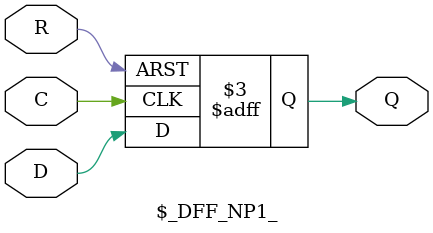
<source format=v>
module \$_DFF_NP1_ (D, C, R, Q);
input D, C, R;
output reg Q;
always @(negedge C or posedge R) begin
	if (R == 1)
		Q <= 1;
	else
		Q <= D;
end
endmodule

</source>
